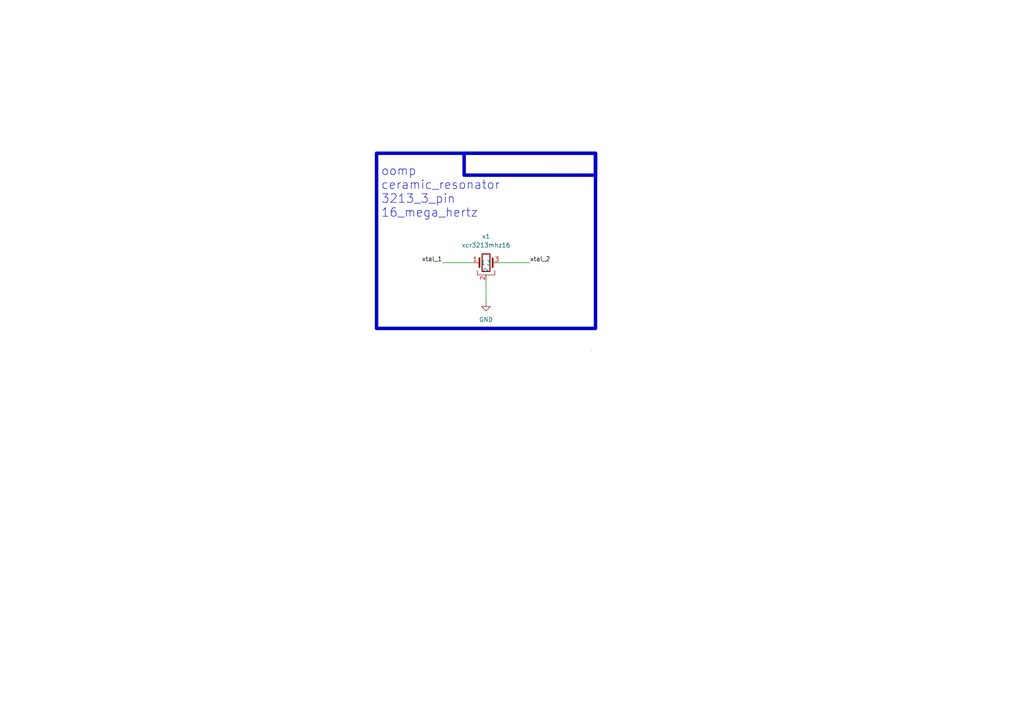
<source format=kicad_sch>
(kicad_sch (version 20230121) (generator eeschema)
  (paper "A4")
  (lib_symbols
    (symbol "oomlout_oomp_part_symbols:xcr3213mhz16_electronic_ceramic_resonator_3213_3_pin_ground_pin_2_16_mega_hertz" (pin_names (offset 1.016))
      (property "Reference" "x" (at 0 5.715 0))
      (property "Value" "xcr3213mhz16_electronic_ceramic_resonator_3213_3_pin_ground_pin_2_16_mega_hertz" (at 0 3.81 0))
      (symbol "xcr3213mhz16_electronic_ceramic_resonator_3213_3_pin_ground_pin_2_16_mega_hertz_0_1"
        (rectangle (start -1.143 2.54) (end 1.143 -2.54) (stroke (width 0.3048)))
        (polyline (pts (xy -2.54 0) (xy -1.905 0)))
        (polyline (pts (xy -1.905 -1.27) (xy -1.905 1.27)) (stroke (width 0.508)))
        (polyline (pts (xy 0 -3.81) (xy 0 -3.556)))
        (polyline (pts (xy 1.905 0) (xy 2.54 0)))
        (polyline (pts (xy 1.905 1.27) (xy 1.905 -1.27)) (stroke (width 0.508)))
        (polyline (pts (xy -2.54 -2.286) (xy -2.54 -3.556) (xy 2.54 -3.556) (xy 2.54 -2.286)))
      )
      (symbol "xcr3213mhz16_electronic_ceramic_resonator_3213_3_pin_ground_pin_2_16_mega_hertz_1_1"
        (pin passive line (at -3.81 0 0) (length 1.27) (name "1") (number "1"))
        (pin passive line (at 0 -5.08 90) (length 1.27) (name "2") (number "2"))
        (pin passive line (at 3.81 0 180) (length 1.27) (name "3") (number "3"))
      )
    )
    (symbol "power:GND" (power) (pin_names (offset 0))
      (property "Value" "GND" (at 0 -3.81 0))
      (symbol "GND_0_1"
        (polyline (pts (xy 0 0) (xy 0 -1.27) (xy 1.27 -1.27) (xy 0 -2.54) (xy -1.27 -1.27) (xy 0 -1.27)))
      )
      (symbol "GND_1_1"
        (pin power_in line (at 0 0 270) (length 0) hide (name "GND") (number "1"))
      )
    )
  )
  (wire (pts (xy 140.97 81.28) (xy 140.97 87.63)))
  (wire (pts (xy 128.27 76.2) (xy 137.16 76.2)))
  (wire (pts (xy 144.78 76.2) (xy 153.67 76.2)))
  (rectangle (start 171.45 101.6) (end 171.45 101.6))
  (rectangle (start 134.62 44.45) (end 172.72 50.8) (stroke (width 1)) (fill (type color)))
  (rectangle (start 109.22 44.45) (end 172.72 95.25) (stroke (width 1)))
  (text "name" (at 137.16 50.8 90) (effects (font (size 1.27 1.27) (thickness 0.254) bold) (justify left bottom)))
  (text "oomp\nceramic_resonator\n3213_3_pin\n16_mega_hertz\n\n" (at 110.49 67.31 0) (effects (font (size 2.5 2.5)) (justify left bottom)))
  (text "xcr" (at 171.45 50.8 0) (effects (font (size 4 4) (thickness 0.8) bold) (justify right bottom)))
  (label "xtal_2" (at 153.67 76.2 0))
  (label "xtal_1" (at 128.27 76.2 180))
  (symbol (lib_id "oomlout_oomp_part_symbols:xcr3213mhz16_electronic_ceramic_resonator_3213_3_pin_ground_pin_2_16_mega_hertz") (at 140.97 76.2 0) (unit 1)
    (property "Reference" "x1" (at 140.97 68.58 0))
    (property "Value" "xcr3213mhz16" (at 140.97 71.12 0))
    (property "Footprint" "xcr3213mhz16_electronic_ceramic_resonator_3213_3_pin_ground_pin_2_16_mega_hertz" (effects hide))
    (property "Datasheet" "https://github.com/oomlout/oomlout_oomp_v3/parts/electronic_ceramic_resonator_3213_3_pin_ground_pin_2_16_mega_hertz/datasheet.pdf" (effects hide))
  )
  (symbol (lib_id "power:GND") (at 140.97 87.63 0) (unit 1)
    (property "Reference" "#PWR02" (effects hide))
    (property "Value" "GND" (at 140.97 92.71 0))
  )
)
</source>
